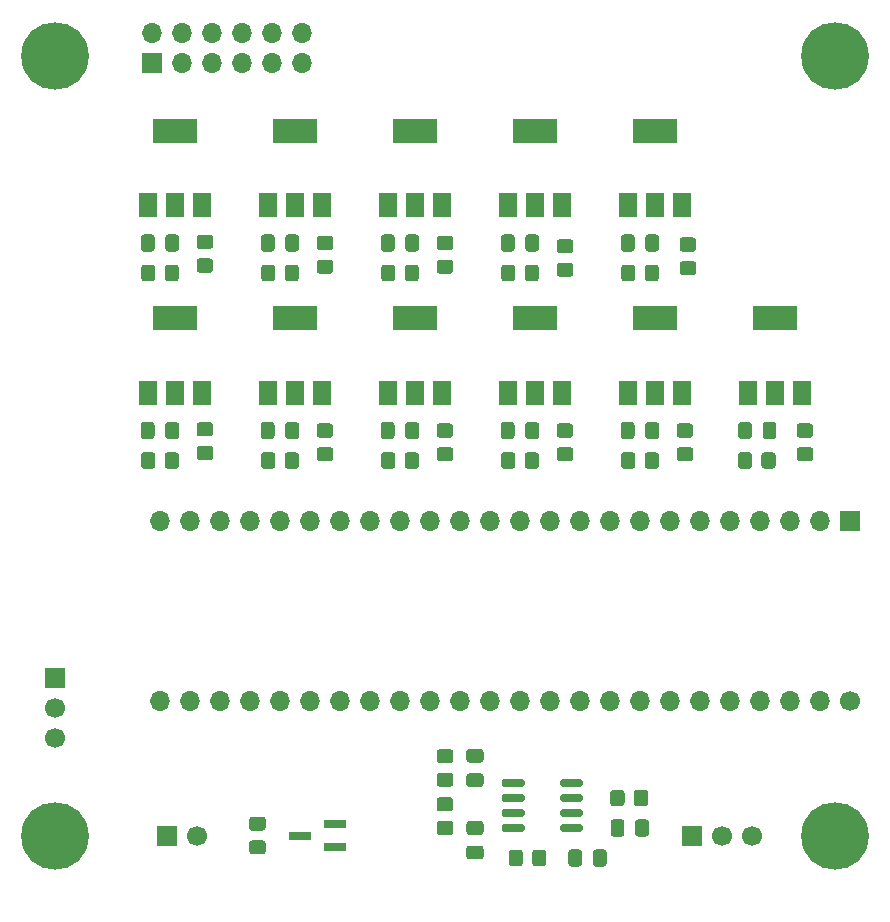
<source format=gbr>
%TF.GenerationSoftware,KiCad,Pcbnew,(5.1.9)-1*%
%TF.CreationDate,2021-08-30T22:29:05-04:00*%
%TF.ProjectId,In9 Music Visualizer RevC,496e3920-4d75-4736-9963-205669737561,rev?*%
%TF.SameCoordinates,Original*%
%TF.FileFunction,Soldermask,Top*%
%TF.FilePolarity,Negative*%
%FSLAX46Y46*%
G04 Gerber Fmt 4.6, Leading zero omitted, Abs format (unit mm)*
G04 Created by KiCad (PCBNEW (5.1.9)-1) date 2021-08-30 22:29:05*
%MOMM*%
%LPD*%
G01*
G04 APERTURE LIST*
%ADD10C,1.700000*%
%ADD11R,1.700000X1.700000*%
%ADD12C,5.715000*%
%ADD13R,1.500000X2.000000*%
%ADD14R,3.800000X2.000000*%
%ADD15R,1.900000X0.800000*%
%ADD16O,1.700000X1.700000*%
G04 APERTURE END LIST*
D10*
%TO.C,J6*%
X106680000Y-111125000D03*
D11*
X106680000Y-108585000D03*
D10*
X106680000Y-113665000D03*
%TD*%
%TO.C,R6*%
G36*
G01*
X140150001Y-115805000D02*
X139249999Y-115805000D01*
G75*
G02*
X139000000Y-115555001I0J249999D01*
G01*
X139000000Y-114854999D01*
G75*
G02*
X139249999Y-114605000I249999J0D01*
G01*
X140150001Y-114605000D01*
G75*
G02*
X140400000Y-114854999I0J-249999D01*
G01*
X140400000Y-115555001D01*
G75*
G02*
X140150001Y-115805000I-249999J0D01*
G01*
G37*
G36*
G01*
X140150001Y-117805000D02*
X139249999Y-117805000D01*
G75*
G02*
X139000000Y-117555001I0J249999D01*
G01*
X139000000Y-116854999D01*
G75*
G02*
X139249999Y-116605000I249999J0D01*
G01*
X140150001Y-116605000D01*
G75*
G02*
X140400000Y-116854999I0J-249999D01*
G01*
X140400000Y-117555001D01*
G75*
G02*
X140150001Y-117805000I-249999J0D01*
G01*
G37*
%TD*%
%TO.C,R2*%
G36*
G01*
X140150001Y-119885000D02*
X139249999Y-119885000D01*
G75*
G02*
X139000000Y-119635001I0J249999D01*
G01*
X139000000Y-118934999D01*
G75*
G02*
X139249999Y-118685000I249999J0D01*
G01*
X140150001Y-118685000D01*
G75*
G02*
X140400000Y-118934999I0J-249999D01*
G01*
X140400000Y-119635001D01*
G75*
G02*
X140150001Y-119885000I-249999J0D01*
G01*
G37*
G36*
G01*
X140150001Y-121885000D02*
X139249999Y-121885000D01*
G75*
G02*
X139000000Y-121635001I0J249999D01*
G01*
X139000000Y-120934999D01*
G75*
G02*
X139249999Y-120685000I249999J0D01*
G01*
X140150001Y-120685000D01*
G75*
G02*
X140400000Y-120934999I0J-249999D01*
G01*
X140400000Y-121635001D01*
G75*
G02*
X140150001Y-121885000I-249999J0D01*
G01*
G37*
%TD*%
D12*
%TO.C,REF\u002A\u002A*%
X172720000Y-121920000D03*
%TD*%
%TO.C,REF\u002A\u002A*%
X172720000Y-55880000D03*
%TD*%
%TO.C,REF\u002A\u002A*%
X106680000Y-121920000D03*
%TD*%
%TO.C,REF\u002A\u002A*%
X106680000Y-55880000D03*
%TD*%
%TO.C,U1*%
G36*
G01*
X146455000Y-121135000D02*
X146455000Y-121435000D01*
G75*
G02*
X146305000Y-121585000I-150000J0D01*
G01*
X144655000Y-121585000D01*
G75*
G02*
X144505000Y-121435000I0J150000D01*
G01*
X144505000Y-121135000D01*
G75*
G02*
X144655000Y-120985000I150000J0D01*
G01*
X146305000Y-120985000D01*
G75*
G02*
X146455000Y-121135000I0J-150000D01*
G01*
G37*
G36*
G01*
X146455000Y-119865000D02*
X146455000Y-120165000D01*
G75*
G02*
X146305000Y-120315000I-150000J0D01*
G01*
X144655000Y-120315000D01*
G75*
G02*
X144505000Y-120165000I0J150000D01*
G01*
X144505000Y-119865000D01*
G75*
G02*
X144655000Y-119715000I150000J0D01*
G01*
X146305000Y-119715000D01*
G75*
G02*
X146455000Y-119865000I0J-150000D01*
G01*
G37*
G36*
G01*
X146455000Y-118595000D02*
X146455000Y-118895000D01*
G75*
G02*
X146305000Y-119045000I-150000J0D01*
G01*
X144655000Y-119045000D01*
G75*
G02*
X144505000Y-118895000I0J150000D01*
G01*
X144505000Y-118595000D01*
G75*
G02*
X144655000Y-118445000I150000J0D01*
G01*
X146305000Y-118445000D01*
G75*
G02*
X146455000Y-118595000I0J-150000D01*
G01*
G37*
G36*
G01*
X146455000Y-117325000D02*
X146455000Y-117625000D01*
G75*
G02*
X146305000Y-117775000I-150000J0D01*
G01*
X144655000Y-117775000D01*
G75*
G02*
X144505000Y-117625000I0J150000D01*
G01*
X144505000Y-117325000D01*
G75*
G02*
X144655000Y-117175000I150000J0D01*
G01*
X146305000Y-117175000D01*
G75*
G02*
X146455000Y-117325000I0J-150000D01*
G01*
G37*
G36*
G01*
X151405000Y-117325000D02*
X151405000Y-117625000D01*
G75*
G02*
X151255000Y-117775000I-150000J0D01*
G01*
X149605000Y-117775000D01*
G75*
G02*
X149455000Y-117625000I0J150000D01*
G01*
X149455000Y-117325000D01*
G75*
G02*
X149605000Y-117175000I150000J0D01*
G01*
X151255000Y-117175000D01*
G75*
G02*
X151405000Y-117325000I0J-150000D01*
G01*
G37*
G36*
G01*
X151405000Y-118595000D02*
X151405000Y-118895000D01*
G75*
G02*
X151255000Y-119045000I-150000J0D01*
G01*
X149605000Y-119045000D01*
G75*
G02*
X149455000Y-118895000I0J150000D01*
G01*
X149455000Y-118595000D01*
G75*
G02*
X149605000Y-118445000I150000J0D01*
G01*
X151255000Y-118445000D01*
G75*
G02*
X151405000Y-118595000I0J-150000D01*
G01*
G37*
G36*
G01*
X151405000Y-119865000D02*
X151405000Y-120165000D01*
G75*
G02*
X151255000Y-120315000I-150000J0D01*
G01*
X149605000Y-120315000D01*
G75*
G02*
X149455000Y-120165000I0J150000D01*
G01*
X149455000Y-119865000D01*
G75*
G02*
X149605000Y-119715000I150000J0D01*
G01*
X151255000Y-119715000D01*
G75*
G02*
X151405000Y-119865000I0J-150000D01*
G01*
G37*
G36*
G01*
X151405000Y-121135000D02*
X151405000Y-121435000D01*
G75*
G02*
X151255000Y-121585000I-150000J0D01*
G01*
X149605000Y-121585000D01*
G75*
G02*
X149455000Y-121435000I0J150000D01*
G01*
X149455000Y-121135000D01*
G75*
G02*
X149605000Y-120985000I150000J0D01*
G01*
X151255000Y-120985000D01*
G75*
G02*
X151405000Y-121135000I0J-150000D01*
G01*
G37*
%TD*%
%TO.C,R38*%
G36*
G01*
X169729999Y-89030000D02*
X170630001Y-89030000D01*
G75*
G02*
X170880000Y-89279999I0J-249999D01*
G01*
X170880000Y-89980001D01*
G75*
G02*
X170630001Y-90230000I-249999J0D01*
G01*
X169729999Y-90230000D01*
G75*
G02*
X169480000Y-89980001I0J249999D01*
G01*
X169480000Y-89279999D01*
G75*
G02*
X169729999Y-89030000I249999J0D01*
G01*
G37*
G36*
G01*
X169729999Y-87030000D02*
X170630001Y-87030000D01*
G75*
G02*
X170880000Y-87279999I0J-249999D01*
G01*
X170880000Y-87980001D01*
G75*
G02*
X170630001Y-88230000I-249999J0D01*
G01*
X169729999Y-88230000D01*
G75*
G02*
X169480000Y-87980001I0J249999D01*
G01*
X169480000Y-87279999D01*
G75*
G02*
X169729999Y-87030000I249999J0D01*
G01*
G37*
%TD*%
%TO.C,R37*%
G36*
G01*
X159823999Y-73282000D02*
X160724001Y-73282000D01*
G75*
G02*
X160974000Y-73531999I0J-249999D01*
G01*
X160974000Y-74232001D01*
G75*
G02*
X160724001Y-74482000I-249999J0D01*
G01*
X159823999Y-74482000D01*
G75*
G02*
X159574000Y-74232001I0J249999D01*
G01*
X159574000Y-73531999D01*
G75*
G02*
X159823999Y-73282000I249999J0D01*
G01*
G37*
G36*
G01*
X159823999Y-71282000D02*
X160724001Y-71282000D01*
G75*
G02*
X160974000Y-71531999I0J-249999D01*
G01*
X160974000Y-72232001D01*
G75*
G02*
X160724001Y-72482000I-249999J0D01*
G01*
X159823999Y-72482000D01*
G75*
G02*
X159574000Y-72232001I0J249999D01*
G01*
X159574000Y-71531999D01*
G75*
G02*
X159823999Y-71282000I249999J0D01*
G01*
G37*
%TD*%
%TO.C,R36*%
G36*
G01*
X159569999Y-89030000D02*
X160470001Y-89030000D01*
G75*
G02*
X160720000Y-89279999I0J-249999D01*
G01*
X160720000Y-89980001D01*
G75*
G02*
X160470001Y-90230000I-249999J0D01*
G01*
X159569999Y-90230000D01*
G75*
G02*
X159320000Y-89980001I0J249999D01*
G01*
X159320000Y-89279999D01*
G75*
G02*
X159569999Y-89030000I249999J0D01*
G01*
G37*
G36*
G01*
X159569999Y-87030000D02*
X160470001Y-87030000D01*
G75*
G02*
X160720000Y-87279999I0J-249999D01*
G01*
X160720000Y-87980001D01*
G75*
G02*
X160470001Y-88230000I-249999J0D01*
G01*
X159569999Y-88230000D01*
G75*
G02*
X159320000Y-87980001I0J249999D01*
G01*
X159320000Y-87279999D01*
G75*
G02*
X159569999Y-87030000I249999J0D01*
G01*
G37*
%TD*%
%TO.C,R35*%
G36*
G01*
X149409999Y-73425000D02*
X150310001Y-73425000D01*
G75*
G02*
X150560000Y-73674999I0J-249999D01*
G01*
X150560000Y-74375001D01*
G75*
G02*
X150310001Y-74625000I-249999J0D01*
G01*
X149409999Y-74625000D01*
G75*
G02*
X149160000Y-74375001I0J249999D01*
G01*
X149160000Y-73674999D01*
G75*
G02*
X149409999Y-73425000I249999J0D01*
G01*
G37*
G36*
G01*
X149409999Y-71425000D02*
X150310001Y-71425000D01*
G75*
G02*
X150560000Y-71674999I0J-249999D01*
G01*
X150560000Y-72375001D01*
G75*
G02*
X150310001Y-72625000I-249999J0D01*
G01*
X149409999Y-72625000D01*
G75*
G02*
X149160000Y-72375001I0J249999D01*
G01*
X149160000Y-71674999D01*
G75*
G02*
X149409999Y-71425000I249999J0D01*
G01*
G37*
%TD*%
%TO.C,R34*%
G36*
G01*
X149409999Y-89030000D02*
X150310001Y-89030000D01*
G75*
G02*
X150560000Y-89279999I0J-249999D01*
G01*
X150560000Y-89980001D01*
G75*
G02*
X150310001Y-90230000I-249999J0D01*
G01*
X149409999Y-90230000D01*
G75*
G02*
X149160000Y-89980001I0J249999D01*
G01*
X149160000Y-89279999D01*
G75*
G02*
X149409999Y-89030000I249999J0D01*
G01*
G37*
G36*
G01*
X149409999Y-87030000D02*
X150310001Y-87030000D01*
G75*
G02*
X150560000Y-87279999I0J-249999D01*
G01*
X150560000Y-87980001D01*
G75*
G02*
X150310001Y-88230000I-249999J0D01*
G01*
X149409999Y-88230000D01*
G75*
G02*
X149160000Y-87980001I0J249999D01*
G01*
X149160000Y-87279999D01*
G75*
G02*
X149409999Y-87030000I249999J0D01*
G01*
G37*
%TD*%
%TO.C,R33*%
G36*
G01*
X166500000Y-90620001D02*
X166500000Y-89719999D01*
G75*
G02*
X166749999Y-89470000I249999J0D01*
G01*
X167450001Y-89470000D01*
G75*
G02*
X167700000Y-89719999I0J-249999D01*
G01*
X167700000Y-90620001D01*
G75*
G02*
X167450001Y-90870000I-249999J0D01*
G01*
X166749999Y-90870000D01*
G75*
G02*
X166500000Y-90620001I0J249999D01*
G01*
G37*
G36*
G01*
X164500000Y-90620001D02*
X164500000Y-89719999D01*
G75*
G02*
X164749999Y-89470000I249999J0D01*
G01*
X165450001Y-89470000D01*
G75*
G02*
X165700000Y-89719999I0J-249999D01*
G01*
X165700000Y-90620001D01*
G75*
G02*
X165450001Y-90870000I-249999J0D01*
G01*
X164749999Y-90870000D01*
G75*
G02*
X164500000Y-90620001I0J249999D01*
G01*
G37*
%TD*%
%TO.C,R32*%
G36*
G01*
X156610000Y-74745001D02*
X156610000Y-73844999D01*
G75*
G02*
X156859999Y-73595000I249999J0D01*
G01*
X157560001Y-73595000D01*
G75*
G02*
X157810000Y-73844999I0J-249999D01*
G01*
X157810000Y-74745001D01*
G75*
G02*
X157560001Y-74995000I-249999J0D01*
G01*
X156859999Y-74995000D01*
G75*
G02*
X156610000Y-74745001I0J249999D01*
G01*
G37*
G36*
G01*
X154610000Y-74745001D02*
X154610000Y-73844999D01*
G75*
G02*
X154859999Y-73595000I249999J0D01*
G01*
X155560001Y-73595000D01*
G75*
G02*
X155810000Y-73844999I0J-249999D01*
G01*
X155810000Y-74745001D01*
G75*
G02*
X155560001Y-74995000I-249999J0D01*
G01*
X154859999Y-74995000D01*
G75*
G02*
X154610000Y-74745001I0J249999D01*
G01*
G37*
%TD*%
%TO.C,R31*%
G36*
G01*
X156610000Y-90620001D02*
X156610000Y-89719999D01*
G75*
G02*
X156859999Y-89470000I249999J0D01*
G01*
X157560001Y-89470000D01*
G75*
G02*
X157810000Y-89719999I0J-249999D01*
G01*
X157810000Y-90620001D01*
G75*
G02*
X157560001Y-90870000I-249999J0D01*
G01*
X156859999Y-90870000D01*
G75*
G02*
X156610000Y-90620001I0J249999D01*
G01*
G37*
G36*
G01*
X154610000Y-90620001D02*
X154610000Y-89719999D01*
G75*
G02*
X154859999Y-89470000I249999J0D01*
G01*
X155560001Y-89470000D01*
G75*
G02*
X155810000Y-89719999I0J-249999D01*
G01*
X155810000Y-90620001D01*
G75*
G02*
X155560001Y-90870000I-249999J0D01*
G01*
X154859999Y-90870000D01*
G75*
G02*
X154610000Y-90620001I0J249999D01*
G01*
G37*
%TD*%
%TO.C,R30*%
G36*
G01*
X146450000Y-74745001D02*
X146450000Y-73844999D01*
G75*
G02*
X146699999Y-73595000I249999J0D01*
G01*
X147400001Y-73595000D01*
G75*
G02*
X147650000Y-73844999I0J-249999D01*
G01*
X147650000Y-74745001D01*
G75*
G02*
X147400001Y-74995000I-249999J0D01*
G01*
X146699999Y-74995000D01*
G75*
G02*
X146450000Y-74745001I0J249999D01*
G01*
G37*
G36*
G01*
X144450000Y-74745001D02*
X144450000Y-73844999D01*
G75*
G02*
X144699999Y-73595000I249999J0D01*
G01*
X145400001Y-73595000D01*
G75*
G02*
X145650000Y-73844999I0J-249999D01*
G01*
X145650000Y-74745001D01*
G75*
G02*
X145400001Y-74995000I-249999J0D01*
G01*
X144699999Y-74995000D01*
G75*
G02*
X144450000Y-74745001I0J249999D01*
G01*
G37*
%TD*%
%TO.C,R29*%
G36*
G01*
X146450000Y-90620001D02*
X146450000Y-89719999D01*
G75*
G02*
X146699999Y-89470000I249999J0D01*
G01*
X147400001Y-89470000D01*
G75*
G02*
X147650000Y-89719999I0J-249999D01*
G01*
X147650000Y-90620001D01*
G75*
G02*
X147400001Y-90870000I-249999J0D01*
G01*
X146699999Y-90870000D01*
G75*
G02*
X146450000Y-90620001I0J249999D01*
G01*
G37*
G36*
G01*
X144450000Y-90620001D02*
X144450000Y-89719999D01*
G75*
G02*
X144699999Y-89470000I249999J0D01*
G01*
X145400001Y-89470000D01*
G75*
G02*
X145650000Y-89719999I0J-249999D01*
G01*
X145650000Y-90620001D01*
G75*
G02*
X145400001Y-90870000I-249999J0D01*
G01*
X144699999Y-90870000D01*
G75*
G02*
X144450000Y-90620001I0J249999D01*
G01*
G37*
%TD*%
%TO.C,R28*%
G36*
G01*
X139249999Y-73155000D02*
X140150001Y-73155000D01*
G75*
G02*
X140400000Y-73404999I0J-249999D01*
G01*
X140400000Y-74105001D01*
G75*
G02*
X140150001Y-74355000I-249999J0D01*
G01*
X139249999Y-74355000D01*
G75*
G02*
X139000000Y-74105001I0J249999D01*
G01*
X139000000Y-73404999D01*
G75*
G02*
X139249999Y-73155000I249999J0D01*
G01*
G37*
G36*
G01*
X139249999Y-71155000D02*
X140150001Y-71155000D01*
G75*
G02*
X140400000Y-71404999I0J-249999D01*
G01*
X140400000Y-72105001D01*
G75*
G02*
X140150001Y-72355000I-249999J0D01*
G01*
X139249999Y-72355000D01*
G75*
G02*
X139000000Y-72105001I0J249999D01*
G01*
X139000000Y-71404999D01*
G75*
G02*
X139249999Y-71155000I249999J0D01*
G01*
G37*
%TD*%
%TO.C,R27*%
G36*
G01*
X139249999Y-89030000D02*
X140150001Y-89030000D01*
G75*
G02*
X140400000Y-89279999I0J-249999D01*
G01*
X140400000Y-89980001D01*
G75*
G02*
X140150001Y-90230000I-249999J0D01*
G01*
X139249999Y-90230000D01*
G75*
G02*
X139000000Y-89980001I0J249999D01*
G01*
X139000000Y-89279999D01*
G75*
G02*
X139249999Y-89030000I249999J0D01*
G01*
G37*
G36*
G01*
X139249999Y-87030000D02*
X140150001Y-87030000D01*
G75*
G02*
X140400000Y-87279999I0J-249999D01*
G01*
X140400000Y-87980001D01*
G75*
G02*
X140150001Y-88230000I-249999J0D01*
G01*
X139249999Y-88230000D01*
G75*
G02*
X139000000Y-87980001I0J249999D01*
G01*
X139000000Y-87279999D01*
G75*
G02*
X139249999Y-87030000I249999J0D01*
G01*
G37*
%TD*%
%TO.C,R26*%
G36*
G01*
X129089999Y-73155000D02*
X129990001Y-73155000D01*
G75*
G02*
X130240000Y-73404999I0J-249999D01*
G01*
X130240000Y-74105001D01*
G75*
G02*
X129990001Y-74355000I-249999J0D01*
G01*
X129089999Y-74355000D01*
G75*
G02*
X128840000Y-74105001I0J249999D01*
G01*
X128840000Y-73404999D01*
G75*
G02*
X129089999Y-73155000I249999J0D01*
G01*
G37*
G36*
G01*
X129089999Y-71155000D02*
X129990001Y-71155000D01*
G75*
G02*
X130240000Y-71404999I0J-249999D01*
G01*
X130240000Y-72105001D01*
G75*
G02*
X129990001Y-72355000I-249999J0D01*
G01*
X129089999Y-72355000D01*
G75*
G02*
X128840000Y-72105001I0J249999D01*
G01*
X128840000Y-71404999D01*
G75*
G02*
X129089999Y-71155000I249999J0D01*
G01*
G37*
%TD*%
%TO.C,R25*%
G36*
G01*
X129089999Y-89030000D02*
X129990001Y-89030000D01*
G75*
G02*
X130240000Y-89279999I0J-249999D01*
G01*
X130240000Y-89980001D01*
G75*
G02*
X129990001Y-90230000I-249999J0D01*
G01*
X129089999Y-90230000D01*
G75*
G02*
X128840000Y-89980001I0J249999D01*
G01*
X128840000Y-89279999D01*
G75*
G02*
X129089999Y-89030000I249999J0D01*
G01*
G37*
G36*
G01*
X129089999Y-87030000D02*
X129990001Y-87030000D01*
G75*
G02*
X130240000Y-87279999I0J-249999D01*
G01*
X130240000Y-87980001D01*
G75*
G02*
X129990001Y-88230000I-249999J0D01*
G01*
X129089999Y-88230000D01*
G75*
G02*
X128840000Y-87980001I0J249999D01*
G01*
X128840000Y-87279999D01*
G75*
G02*
X129089999Y-87030000I249999J0D01*
G01*
G37*
%TD*%
%TO.C,R24*%
G36*
G01*
X118929999Y-73060000D02*
X119830001Y-73060000D01*
G75*
G02*
X120080000Y-73309999I0J-249999D01*
G01*
X120080000Y-74010001D01*
G75*
G02*
X119830001Y-74260000I-249999J0D01*
G01*
X118929999Y-74260000D01*
G75*
G02*
X118680000Y-74010001I0J249999D01*
G01*
X118680000Y-73309999D01*
G75*
G02*
X118929999Y-73060000I249999J0D01*
G01*
G37*
G36*
G01*
X118929999Y-71060000D02*
X119830001Y-71060000D01*
G75*
G02*
X120080000Y-71309999I0J-249999D01*
G01*
X120080000Y-72010001D01*
G75*
G02*
X119830001Y-72260000I-249999J0D01*
G01*
X118929999Y-72260000D01*
G75*
G02*
X118680000Y-72010001I0J249999D01*
G01*
X118680000Y-71309999D01*
G75*
G02*
X118929999Y-71060000I249999J0D01*
G01*
G37*
%TD*%
%TO.C,R23*%
G36*
G01*
X118929999Y-88935000D02*
X119830001Y-88935000D01*
G75*
G02*
X120080000Y-89184999I0J-249999D01*
G01*
X120080000Y-89885001D01*
G75*
G02*
X119830001Y-90135000I-249999J0D01*
G01*
X118929999Y-90135000D01*
G75*
G02*
X118680000Y-89885001I0J249999D01*
G01*
X118680000Y-89184999D01*
G75*
G02*
X118929999Y-88935000I249999J0D01*
G01*
G37*
G36*
G01*
X118929999Y-86935000D02*
X119830001Y-86935000D01*
G75*
G02*
X120080000Y-87184999I0J-249999D01*
G01*
X120080000Y-87885001D01*
G75*
G02*
X119830001Y-88135000I-249999J0D01*
G01*
X118929999Y-88135000D01*
G75*
G02*
X118680000Y-87885001I0J249999D01*
G01*
X118680000Y-87184999D01*
G75*
G02*
X118929999Y-86935000I249999J0D01*
G01*
G37*
%TD*%
%TO.C,R22*%
G36*
G01*
X136290000Y-74745001D02*
X136290000Y-73844999D01*
G75*
G02*
X136539999Y-73595000I249999J0D01*
G01*
X137240001Y-73595000D01*
G75*
G02*
X137490000Y-73844999I0J-249999D01*
G01*
X137490000Y-74745001D01*
G75*
G02*
X137240001Y-74995000I-249999J0D01*
G01*
X136539999Y-74995000D01*
G75*
G02*
X136290000Y-74745001I0J249999D01*
G01*
G37*
G36*
G01*
X134290000Y-74745001D02*
X134290000Y-73844999D01*
G75*
G02*
X134539999Y-73595000I249999J0D01*
G01*
X135240001Y-73595000D01*
G75*
G02*
X135490000Y-73844999I0J-249999D01*
G01*
X135490000Y-74745001D01*
G75*
G02*
X135240001Y-74995000I-249999J0D01*
G01*
X134539999Y-74995000D01*
G75*
G02*
X134290000Y-74745001I0J249999D01*
G01*
G37*
%TD*%
%TO.C,R21*%
G36*
G01*
X136290000Y-90620001D02*
X136290000Y-89719999D01*
G75*
G02*
X136539999Y-89470000I249999J0D01*
G01*
X137240001Y-89470000D01*
G75*
G02*
X137490000Y-89719999I0J-249999D01*
G01*
X137490000Y-90620001D01*
G75*
G02*
X137240001Y-90870000I-249999J0D01*
G01*
X136539999Y-90870000D01*
G75*
G02*
X136290000Y-90620001I0J249999D01*
G01*
G37*
G36*
G01*
X134290000Y-90620001D02*
X134290000Y-89719999D01*
G75*
G02*
X134539999Y-89470000I249999J0D01*
G01*
X135240001Y-89470000D01*
G75*
G02*
X135490000Y-89719999I0J-249999D01*
G01*
X135490000Y-90620001D01*
G75*
G02*
X135240001Y-90870000I-249999J0D01*
G01*
X134539999Y-90870000D01*
G75*
G02*
X134290000Y-90620001I0J249999D01*
G01*
G37*
%TD*%
%TO.C,R20*%
G36*
G01*
X126130000Y-74745001D02*
X126130000Y-73844999D01*
G75*
G02*
X126379999Y-73595000I249999J0D01*
G01*
X127080001Y-73595000D01*
G75*
G02*
X127330000Y-73844999I0J-249999D01*
G01*
X127330000Y-74745001D01*
G75*
G02*
X127080001Y-74995000I-249999J0D01*
G01*
X126379999Y-74995000D01*
G75*
G02*
X126130000Y-74745001I0J249999D01*
G01*
G37*
G36*
G01*
X124130000Y-74745001D02*
X124130000Y-73844999D01*
G75*
G02*
X124379999Y-73595000I249999J0D01*
G01*
X125080001Y-73595000D01*
G75*
G02*
X125330000Y-73844999I0J-249999D01*
G01*
X125330000Y-74745001D01*
G75*
G02*
X125080001Y-74995000I-249999J0D01*
G01*
X124379999Y-74995000D01*
G75*
G02*
X124130000Y-74745001I0J249999D01*
G01*
G37*
%TD*%
%TO.C,R19*%
G36*
G01*
X126130000Y-90620001D02*
X126130000Y-89719999D01*
G75*
G02*
X126379999Y-89470000I249999J0D01*
G01*
X127080001Y-89470000D01*
G75*
G02*
X127330000Y-89719999I0J-249999D01*
G01*
X127330000Y-90620001D01*
G75*
G02*
X127080001Y-90870000I-249999J0D01*
G01*
X126379999Y-90870000D01*
G75*
G02*
X126130000Y-90620001I0J249999D01*
G01*
G37*
G36*
G01*
X124130000Y-90620001D02*
X124130000Y-89719999D01*
G75*
G02*
X124379999Y-89470000I249999J0D01*
G01*
X125080001Y-89470000D01*
G75*
G02*
X125330000Y-89719999I0J-249999D01*
G01*
X125330000Y-90620001D01*
G75*
G02*
X125080001Y-90870000I-249999J0D01*
G01*
X124379999Y-90870000D01*
G75*
G02*
X124130000Y-90620001I0J249999D01*
G01*
G37*
%TD*%
%TO.C,R18*%
G36*
G01*
X115970000Y-74745001D02*
X115970000Y-73844999D01*
G75*
G02*
X116219999Y-73595000I249999J0D01*
G01*
X116920001Y-73595000D01*
G75*
G02*
X117170000Y-73844999I0J-249999D01*
G01*
X117170000Y-74745001D01*
G75*
G02*
X116920001Y-74995000I-249999J0D01*
G01*
X116219999Y-74995000D01*
G75*
G02*
X115970000Y-74745001I0J249999D01*
G01*
G37*
G36*
G01*
X113970000Y-74745001D02*
X113970000Y-73844999D01*
G75*
G02*
X114219999Y-73595000I249999J0D01*
G01*
X114920001Y-73595000D01*
G75*
G02*
X115170000Y-73844999I0J-249999D01*
G01*
X115170000Y-74745001D01*
G75*
G02*
X114920001Y-74995000I-249999J0D01*
G01*
X114219999Y-74995000D01*
G75*
G02*
X113970000Y-74745001I0J249999D01*
G01*
G37*
%TD*%
%TO.C,R17*%
G36*
G01*
X115970000Y-90620001D02*
X115970000Y-89719999D01*
G75*
G02*
X116219999Y-89470000I249999J0D01*
G01*
X116920001Y-89470000D01*
G75*
G02*
X117170000Y-89719999I0J-249999D01*
G01*
X117170000Y-90620001D01*
G75*
G02*
X116920001Y-90870000I-249999J0D01*
G01*
X116219999Y-90870000D01*
G75*
G02*
X115970000Y-90620001I0J249999D01*
G01*
G37*
G36*
G01*
X113970000Y-90620001D02*
X113970000Y-89719999D01*
G75*
G02*
X114219999Y-89470000I249999J0D01*
G01*
X114920001Y-89470000D01*
G75*
G02*
X115170000Y-89719999I0J-249999D01*
G01*
X115170000Y-90620001D01*
G75*
G02*
X114920001Y-90870000I-249999J0D01*
G01*
X114219999Y-90870000D01*
G75*
G02*
X113970000Y-90620001I0J249999D01*
G01*
G37*
%TD*%
%TO.C,R5*%
G36*
G01*
X155705000Y-119195001D02*
X155705000Y-118294999D01*
G75*
G02*
X155954999Y-118045000I249999J0D01*
G01*
X156655001Y-118045000D01*
G75*
G02*
X156905000Y-118294999I0J-249999D01*
G01*
X156905000Y-119195001D01*
G75*
G02*
X156655001Y-119445000I-249999J0D01*
G01*
X155954999Y-119445000D01*
G75*
G02*
X155705000Y-119195001I0J249999D01*
G01*
G37*
G36*
G01*
X153705000Y-119195001D02*
X153705000Y-118294999D01*
G75*
G02*
X153954999Y-118045000I249999J0D01*
G01*
X154655001Y-118045000D01*
G75*
G02*
X154905000Y-118294999I0J-249999D01*
G01*
X154905000Y-119195001D01*
G75*
G02*
X154655001Y-119445000I-249999J0D01*
G01*
X153954999Y-119445000D01*
G75*
G02*
X153705000Y-119195001I0J249999D01*
G01*
G37*
%TD*%
%TO.C,R4*%
G36*
G01*
X147085000Y-124275001D02*
X147085000Y-123374999D01*
G75*
G02*
X147334999Y-123125000I249999J0D01*
G01*
X148035001Y-123125000D01*
G75*
G02*
X148285000Y-123374999I0J-249999D01*
G01*
X148285000Y-124275001D01*
G75*
G02*
X148035001Y-124525000I-249999J0D01*
G01*
X147334999Y-124525000D01*
G75*
G02*
X147085000Y-124275001I0J249999D01*
G01*
G37*
G36*
G01*
X145085000Y-124275001D02*
X145085000Y-123374999D01*
G75*
G02*
X145334999Y-123125000I249999J0D01*
G01*
X146035001Y-123125000D01*
G75*
G02*
X146285000Y-123374999I0J-249999D01*
G01*
X146285000Y-124275001D01*
G75*
G02*
X146035001Y-124525000I-249999J0D01*
G01*
X145334999Y-124525000D01*
G75*
G02*
X145085000Y-124275001I0J249999D01*
G01*
G37*
%TD*%
%TO.C,R3*%
G36*
G01*
X123374999Y-122320000D02*
X124275001Y-122320000D01*
G75*
G02*
X124525000Y-122569999I0J-249999D01*
G01*
X124525000Y-123270001D01*
G75*
G02*
X124275001Y-123520000I-249999J0D01*
G01*
X123374999Y-123520000D01*
G75*
G02*
X123125000Y-123270001I0J249999D01*
G01*
X123125000Y-122569999D01*
G75*
G02*
X123374999Y-122320000I249999J0D01*
G01*
G37*
G36*
G01*
X123374999Y-120320000D02*
X124275001Y-120320000D01*
G75*
G02*
X124525000Y-120569999I0J-249999D01*
G01*
X124525000Y-121270001D01*
G75*
G02*
X124275001Y-121520000I-249999J0D01*
G01*
X123374999Y-121520000D01*
G75*
G02*
X123125000Y-121270001I0J249999D01*
G01*
X123125000Y-120569999D01*
G75*
G02*
X123374999Y-120320000I249999J0D01*
G01*
G37*
%TD*%
D13*
%TO.C,Q13*%
X165340000Y-84430000D03*
X169940000Y-84430000D03*
X167640000Y-84430000D03*
D14*
X167640000Y-78130000D03*
%TD*%
D13*
%TO.C,Q12*%
X155180000Y-68555000D03*
X159780000Y-68555000D03*
X157480000Y-68555000D03*
D14*
X157480000Y-62255000D03*
%TD*%
D13*
%TO.C,Q11*%
X155180000Y-84430000D03*
X159780000Y-84430000D03*
X157480000Y-84430000D03*
D14*
X157480000Y-78130000D03*
%TD*%
D13*
%TO.C,Q10*%
X145020000Y-68555000D03*
X149620000Y-68555000D03*
X147320000Y-68555000D03*
D14*
X147320000Y-62255000D03*
%TD*%
D13*
%TO.C,Q9*%
X145020000Y-84430000D03*
X149620000Y-84430000D03*
X147320000Y-84430000D03*
D14*
X147320000Y-78130000D03*
%TD*%
D13*
%TO.C,Q8*%
X134860000Y-68555000D03*
X139460000Y-68555000D03*
X137160000Y-68555000D03*
D14*
X137160000Y-62255000D03*
%TD*%
D13*
%TO.C,Q7*%
X134860000Y-84430000D03*
X139460000Y-84430000D03*
X137160000Y-84430000D03*
D14*
X137160000Y-78130000D03*
%TD*%
D13*
%TO.C,Q6*%
X124700000Y-68555000D03*
X129300000Y-68555000D03*
X127000000Y-68555000D03*
D14*
X127000000Y-62255000D03*
%TD*%
D13*
%TO.C,Q5*%
X124700000Y-84430000D03*
X129300000Y-84430000D03*
X127000000Y-84430000D03*
D14*
X127000000Y-78130000D03*
%TD*%
D13*
%TO.C,Q4*%
X114540000Y-68555000D03*
X119140000Y-68555000D03*
X116840000Y-68555000D03*
D14*
X116840000Y-62255000D03*
%TD*%
D13*
%TO.C,Q3*%
X114540000Y-84430000D03*
X119140000Y-84430000D03*
X116840000Y-84430000D03*
D14*
X116840000Y-78130000D03*
%TD*%
D15*
%TO.C,Q1*%
X127405000Y-121920000D03*
X130405000Y-120970000D03*
X130405000Y-122870000D03*
%TD*%
D16*
%TO.C,J4*%
X127635000Y-53975000D03*
X127635000Y-56515000D03*
X125095000Y-53975000D03*
X125095000Y-56515000D03*
X122555000Y-53975000D03*
X122555000Y-56515000D03*
X120015000Y-53975000D03*
X120015000Y-56515000D03*
X117475000Y-53975000D03*
X117475000Y-56515000D03*
X114935000Y-53975000D03*
D11*
X114935000Y-56515000D03*
%TD*%
D10*
%TO.C,J3*%
X163195000Y-121920000D03*
D11*
X160655000Y-121920000D03*
D10*
X165735000Y-121920000D03*
%TD*%
%TO.C,J2*%
X118745000Y-121920000D03*
D11*
X116205000Y-121920000D03*
%TD*%
D16*
%TO.C,MCU1*%
X158750000Y-110490000D03*
X156210000Y-110490000D03*
D10*
X173990000Y-110490000D03*
D16*
X166370000Y-110490000D03*
X171450000Y-110490000D03*
X163830000Y-110490000D03*
X168910000Y-110490000D03*
X161290000Y-110490000D03*
X153670000Y-110490000D03*
X151130000Y-110490000D03*
X148590000Y-110490000D03*
X146050000Y-110490000D03*
X143510000Y-110490000D03*
X140970000Y-110490000D03*
X125730000Y-110490000D03*
X133350000Y-110490000D03*
X135890000Y-110490000D03*
X138430000Y-110490000D03*
X118110000Y-110490000D03*
X130810000Y-110490000D03*
X123190000Y-110490000D03*
X128270000Y-110490000D03*
X120650000Y-110490000D03*
X115570000Y-110490000D03*
X115570000Y-95250000D03*
X118110000Y-95250000D03*
X120650000Y-95250000D03*
X123190000Y-95250000D03*
X125730000Y-95250000D03*
X128270000Y-95250000D03*
X130810000Y-95250000D03*
X133350000Y-95250000D03*
X135890000Y-95250000D03*
X138430000Y-95250000D03*
X140970000Y-95250000D03*
X143510000Y-95250000D03*
X146050000Y-95250000D03*
X148590000Y-95250000D03*
X151130000Y-95250000D03*
X153670000Y-95250000D03*
X156210000Y-95250000D03*
X158750000Y-95250000D03*
X161290000Y-95250000D03*
X163830000Y-95250000D03*
X166370000Y-95250000D03*
X168910000Y-95250000D03*
X171450000Y-95250000D03*
D11*
X173990000Y-95250000D03*
%TD*%
%TO.C,C36*%
G36*
G01*
X166587500Y-88105000D02*
X166587500Y-87155000D01*
G75*
G02*
X166837500Y-86905000I250000J0D01*
G01*
X167512500Y-86905000D01*
G75*
G02*
X167762500Y-87155000I0J-250000D01*
G01*
X167762500Y-88105000D01*
G75*
G02*
X167512500Y-88355000I-250000J0D01*
G01*
X166837500Y-88355000D01*
G75*
G02*
X166587500Y-88105000I0J250000D01*
G01*
G37*
G36*
G01*
X164512500Y-88105000D02*
X164512500Y-87155000D01*
G75*
G02*
X164762500Y-86905000I250000J0D01*
G01*
X165437500Y-86905000D01*
G75*
G02*
X165687500Y-87155000I0J-250000D01*
G01*
X165687500Y-88105000D01*
G75*
G02*
X165437500Y-88355000I-250000J0D01*
G01*
X164762500Y-88355000D01*
G75*
G02*
X164512500Y-88105000I0J250000D01*
G01*
G37*
%TD*%
%TO.C,C35*%
G36*
G01*
X156660000Y-72230000D02*
X156660000Y-71280000D01*
G75*
G02*
X156910000Y-71030000I250000J0D01*
G01*
X157585000Y-71030000D01*
G75*
G02*
X157835000Y-71280000I0J-250000D01*
G01*
X157835000Y-72230000D01*
G75*
G02*
X157585000Y-72480000I-250000J0D01*
G01*
X156910000Y-72480000D01*
G75*
G02*
X156660000Y-72230000I0J250000D01*
G01*
G37*
G36*
G01*
X154585000Y-72230000D02*
X154585000Y-71280000D01*
G75*
G02*
X154835000Y-71030000I250000J0D01*
G01*
X155510000Y-71030000D01*
G75*
G02*
X155760000Y-71280000I0J-250000D01*
G01*
X155760000Y-72230000D01*
G75*
G02*
X155510000Y-72480000I-250000J0D01*
G01*
X154835000Y-72480000D01*
G75*
G02*
X154585000Y-72230000I0J250000D01*
G01*
G37*
%TD*%
%TO.C,C34*%
G36*
G01*
X156660000Y-88105000D02*
X156660000Y-87155000D01*
G75*
G02*
X156910000Y-86905000I250000J0D01*
G01*
X157585000Y-86905000D01*
G75*
G02*
X157835000Y-87155000I0J-250000D01*
G01*
X157835000Y-88105000D01*
G75*
G02*
X157585000Y-88355000I-250000J0D01*
G01*
X156910000Y-88355000D01*
G75*
G02*
X156660000Y-88105000I0J250000D01*
G01*
G37*
G36*
G01*
X154585000Y-88105000D02*
X154585000Y-87155000D01*
G75*
G02*
X154835000Y-86905000I250000J0D01*
G01*
X155510000Y-86905000D01*
G75*
G02*
X155760000Y-87155000I0J-250000D01*
G01*
X155760000Y-88105000D01*
G75*
G02*
X155510000Y-88355000I-250000J0D01*
G01*
X154835000Y-88355000D01*
G75*
G02*
X154585000Y-88105000I0J250000D01*
G01*
G37*
%TD*%
%TO.C,C33*%
G36*
G01*
X146500000Y-72230000D02*
X146500000Y-71280000D01*
G75*
G02*
X146750000Y-71030000I250000J0D01*
G01*
X147425000Y-71030000D01*
G75*
G02*
X147675000Y-71280000I0J-250000D01*
G01*
X147675000Y-72230000D01*
G75*
G02*
X147425000Y-72480000I-250000J0D01*
G01*
X146750000Y-72480000D01*
G75*
G02*
X146500000Y-72230000I0J250000D01*
G01*
G37*
G36*
G01*
X144425000Y-72230000D02*
X144425000Y-71280000D01*
G75*
G02*
X144675000Y-71030000I250000J0D01*
G01*
X145350000Y-71030000D01*
G75*
G02*
X145600000Y-71280000I0J-250000D01*
G01*
X145600000Y-72230000D01*
G75*
G02*
X145350000Y-72480000I-250000J0D01*
G01*
X144675000Y-72480000D01*
G75*
G02*
X144425000Y-72230000I0J250000D01*
G01*
G37*
%TD*%
%TO.C,C32*%
G36*
G01*
X146500000Y-88105000D02*
X146500000Y-87155000D01*
G75*
G02*
X146750000Y-86905000I250000J0D01*
G01*
X147425000Y-86905000D01*
G75*
G02*
X147675000Y-87155000I0J-250000D01*
G01*
X147675000Y-88105000D01*
G75*
G02*
X147425000Y-88355000I-250000J0D01*
G01*
X146750000Y-88355000D01*
G75*
G02*
X146500000Y-88105000I0J250000D01*
G01*
G37*
G36*
G01*
X144425000Y-88105000D02*
X144425000Y-87155000D01*
G75*
G02*
X144675000Y-86905000I250000J0D01*
G01*
X145350000Y-86905000D01*
G75*
G02*
X145600000Y-87155000I0J-250000D01*
G01*
X145600000Y-88105000D01*
G75*
G02*
X145350000Y-88355000I-250000J0D01*
G01*
X144675000Y-88355000D01*
G75*
G02*
X144425000Y-88105000I0J250000D01*
G01*
G37*
%TD*%
%TO.C,C31*%
G36*
G01*
X136340000Y-72230000D02*
X136340000Y-71280000D01*
G75*
G02*
X136590000Y-71030000I250000J0D01*
G01*
X137265000Y-71030000D01*
G75*
G02*
X137515000Y-71280000I0J-250000D01*
G01*
X137515000Y-72230000D01*
G75*
G02*
X137265000Y-72480000I-250000J0D01*
G01*
X136590000Y-72480000D01*
G75*
G02*
X136340000Y-72230000I0J250000D01*
G01*
G37*
G36*
G01*
X134265000Y-72230000D02*
X134265000Y-71280000D01*
G75*
G02*
X134515000Y-71030000I250000J0D01*
G01*
X135190000Y-71030000D01*
G75*
G02*
X135440000Y-71280000I0J-250000D01*
G01*
X135440000Y-72230000D01*
G75*
G02*
X135190000Y-72480000I-250000J0D01*
G01*
X134515000Y-72480000D01*
G75*
G02*
X134265000Y-72230000I0J250000D01*
G01*
G37*
%TD*%
%TO.C,C30*%
G36*
G01*
X136340000Y-88105000D02*
X136340000Y-87155000D01*
G75*
G02*
X136590000Y-86905000I250000J0D01*
G01*
X137265000Y-86905000D01*
G75*
G02*
X137515000Y-87155000I0J-250000D01*
G01*
X137515000Y-88105000D01*
G75*
G02*
X137265000Y-88355000I-250000J0D01*
G01*
X136590000Y-88355000D01*
G75*
G02*
X136340000Y-88105000I0J250000D01*
G01*
G37*
G36*
G01*
X134265000Y-88105000D02*
X134265000Y-87155000D01*
G75*
G02*
X134515000Y-86905000I250000J0D01*
G01*
X135190000Y-86905000D01*
G75*
G02*
X135440000Y-87155000I0J-250000D01*
G01*
X135440000Y-88105000D01*
G75*
G02*
X135190000Y-88355000I-250000J0D01*
G01*
X134515000Y-88355000D01*
G75*
G02*
X134265000Y-88105000I0J250000D01*
G01*
G37*
%TD*%
%TO.C,C29*%
G36*
G01*
X126180000Y-72230000D02*
X126180000Y-71280000D01*
G75*
G02*
X126430000Y-71030000I250000J0D01*
G01*
X127105000Y-71030000D01*
G75*
G02*
X127355000Y-71280000I0J-250000D01*
G01*
X127355000Y-72230000D01*
G75*
G02*
X127105000Y-72480000I-250000J0D01*
G01*
X126430000Y-72480000D01*
G75*
G02*
X126180000Y-72230000I0J250000D01*
G01*
G37*
G36*
G01*
X124105000Y-72230000D02*
X124105000Y-71280000D01*
G75*
G02*
X124355000Y-71030000I250000J0D01*
G01*
X125030000Y-71030000D01*
G75*
G02*
X125280000Y-71280000I0J-250000D01*
G01*
X125280000Y-72230000D01*
G75*
G02*
X125030000Y-72480000I-250000J0D01*
G01*
X124355000Y-72480000D01*
G75*
G02*
X124105000Y-72230000I0J250000D01*
G01*
G37*
%TD*%
%TO.C,C28*%
G36*
G01*
X126180000Y-88105000D02*
X126180000Y-87155000D01*
G75*
G02*
X126430000Y-86905000I250000J0D01*
G01*
X127105000Y-86905000D01*
G75*
G02*
X127355000Y-87155000I0J-250000D01*
G01*
X127355000Y-88105000D01*
G75*
G02*
X127105000Y-88355000I-250000J0D01*
G01*
X126430000Y-88355000D01*
G75*
G02*
X126180000Y-88105000I0J250000D01*
G01*
G37*
G36*
G01*
X124105000Y-88105000D02*
X124105000Y-87155000D01*
G75*
G02*
X124355000Y-86905000I250000J0D01*
G01*
X125030000Y-86905000D01*
G75*
G02*
X125280000Y-87155000I0J-250000D01*
G01*
X125280000Y-88105000D01*
G75*
G02*
X125030000Y-88355000I-250000J0D01*
G01*
X124355000Y-88355000D01*
G75*
G02*
X124105000Y-88105000I0J250000D01*
G01*
G37*
%TD*%
%TO.C,C27*%
G36*
G01*
X116020000Y-72230000D02*
X116020000Y-71280000D01*
G75*
G02*
X116270000Y-71030000I250000J0D01*
G01*
X116945000Y-71030000D01*
G75*
G02*
X117195000Y-71280000I0J-250000D01*
G01*
X117195000Y-72230000D01*
G75*
G02*
X116945000Y-72480000I-250000J0D01*
G01*
X116270000Y-72480000D01*
G75*
G02*
X116020000Y-72230000I0J250000D01*
G01*
G37*
G36*
G01*
X113945000Y-72230000D02*
X113945000Y-71280000D01*
G75*
G02*
X114195000Y-71030000I250000J0D01*
G01*
X114870000Y-71030000D01*
G75*
G02*
X115120000Y-71280000I0J-250000D01*
G01*
X115120000Y-72230000D01*
G75*
G02*
X114870000Y-72480000I-250000J0D01*
G01*
X114195000Y-72480000D01*
G75*
G02*
X113945000Y-72230000I0J250000D01*
G01*
G37*
%TD*%
%TO.C,C26*%
G36*
G01*
X116020000Y-88105000D02*
X116020000Y-87155000D01*
G75*
G02*
X116270000Y-86905000I250000J0D01*
G01*
X116945000Y-86905000D01*
G75*
G02*
X117195000Y-87155000I0J-250000D01*
G01*
X117195000Y-88105000D01*
G75*
G02*
X116945000Y-88355000I-250000J0D01*
G01*
X116270000Y-88355000D01*
G75*
G02*
X116020000Y-88105000I0J250000D01*
G01*
G37*
G36*
G01*
X113945000Y-88105000D02*
X113945000Y-87155000D01*
G75*
G02*
X114195000Y-86905000I250000J0D01*
G01*
X114870000Y-86905000D01*
G75*
G02*
X115120000Y-87155000I0J-250000D01*
G01*
X115120000Y-88105000D01*
G75*
G02*
X114870000Y-88355000I-250000J0D01*
G01*
X114195000Y-88355000D01*
G75*
G02*
X113945000Y-88105000I0J250000D01*
G01*
G37*
%TD*%
%TO.C,C4*%
G36*
G01*
X141765000Y-122772500D02*
X142715000Y-122772500D01*
G75*
G02*
X142965000Y-123022500I0J-250000D01*
G01*
X142965000Y-123697500D01*
G75*
G02*
X142715000Y-123947500I-250000J0D01*
G01*
X141765000Y-123947500D01*
G75*
G02*
X141515000Y-123697500I0J250000D01*
G01*
X141515000Y-123022500D01*
G75*
G02*
X141765000Y-122772500I250000J0D01*
G01*
G37*
G36*
G01*
X141765000Y-120697500D02*
X142715000Y-120697500D01*
G75*
G02*
X142965000Y-120947500I0J-250000D01*
G01*
X142965000Y-121622500D01*
G75*
G02*
X142715000Y-121872500I-250000J0D01*
G01*
X141765000Y-121872500D01*
G75*
G02*
X141515000Y-121622500I0J250000D01*
G01*
X141515000Y-120947500D01*
G75*
G02*
X141765000Y-120697500I250000J0D01*
G01*
G37*
%TD*%
%TO.C,C3*%
G36*
G01*
X142715000Y-115755000D02*
X141765000Y-115755000D01*
G75*
G02*
X141515000Y-115505000I0J250000D01*
G01*
X141515000Y-114830000D01*
G75*
G02*
X141765000Y-114580000I250000J0D01*
G01*
X142715000Y-114580000D01*
G75*
G02*
X142965000Y-114830000I0J-250000D01*
G01*
X142965000Y-115505000D01*
G75*
G02*
X142715000Y-115755000I-250000J0D01*
G01*
G37*
G36*
G01*
X142715000Y-117830000D02*
X141765000Y-117830000D01*
G75*
G02*
X141515000Y-117580000I0J250000D01*
G01*
X141515000Y-116905000D01*
G75*
G02*
X141765000Y-116655000I250000J0D01*
G01*
X142715000Y-116655000D01*
G75*
G02*
X142965000Y-116905000I0J-250000D01*
G01*
X142965000Y-117580000D01*
G75*
G02*
X142715000Y-117830000I-250000J0D01*
G01*
G37*
%TD*%
%TO.C,C2*%
G36*
G01*
X155792500Y-121760000D02*
X155792500Y-120810000D01*
G75*
G02*
X156042500Y-120560000I250000J0D01*
G01*
X156717500Y-120560000D01*
G75*
G02*
X156967500Y-120810000I0J-250000D01*
G01*
X156967500Y-121760000D01*
G75*
G02*
X156717500Y-122010000I-250000J0D01*
G01*
X156042500Y-122010000D01*
G75*
G02*
X155792500Y-121760000I0J250000D01*
G01*
G37*
G36*
G01*
X153717500Y-121760000D02*
X153717500Y-120810000D01*
G75*
G02*
X153967500Y-120560000I250000J0D01*
G01*
X154642500Y-120560000D01*
G75*
G02*
X154892500Y-120810000I0J-250000D01*
G01*
X154892500Y-121760000D01*
G75*
G02*
X154642500Y-122010000I-250000J0D01*
G01*
X153967500Y-122010000D01*
G75*
G02*
X153717500Y-121760000I0J250000D01*
G01*
G37*
%TD*%
%TO.C,C1*%
G36*
G01*
X152215000Y-124300000D02*
X152215000Y-123350000D01*
G75*
G02*
X152465000Y-123100000I250000J0D01*
G01*
X153140000Y-123100000D01*
G75*
G02*
X153390000Y-123350000I0J-250000D01*
G01*
X153390000Y-124300000D01*
G75*
G02*
X153140000Y-124550000I-250000J0D01*
G01*
X152465000Y-124550000D01*
G75*
G02*
X152215000Y-124300000I0J250000D01*
G01*
G37*
G36*
G01*
X150140000Y-124300000D02*
X150140000Y-123350000D01*
G75*
G02*
X150390000Y-123100000I250000J0D01*
G01*
X151065000Y-123100000D01*
G75*
G02*
X151315000Y-123350000I0J-250000D01*
G01*
X151315000Y-124300000D01*
G75*
G02*
X151065000Y-124550000I-250000J0D01*
G01*
X150390000Y-124550000D01*
G75*
G02*
X150140000Y-124300000I0J250000D01*
G01*
G37*
%TD*%
M02*

</source>
